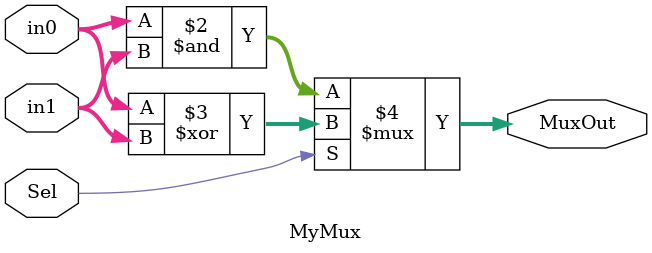
<source format=v>
module MyMux(in0, in1,Sel, MuxOut);

	input [1:0] in0, in1;
	input Sel;
	output [1:0] MuxOut;

	assign MuxOut[1:0] = (Sel == 1'b0) ? (in0[1:0] & in1[1:0]) : (in0[1:0] ^ in1[1:0]);

endmodule 
</source>
